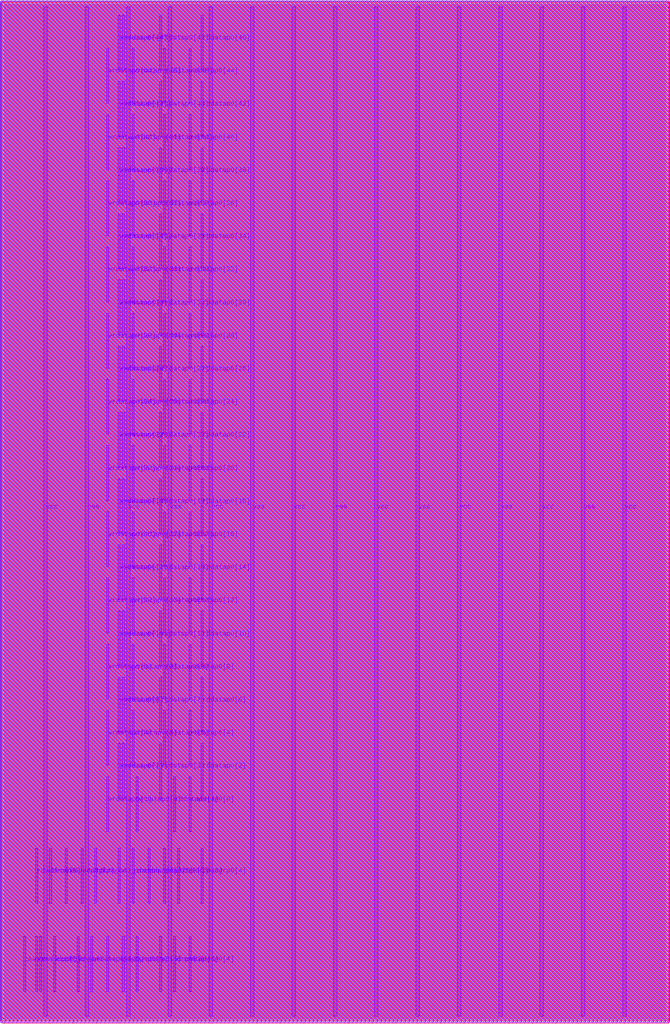
<source format=lef>
VERSION 5.8 ;
BUSBITCHARS "[]" ;
DIVIDERCHAR "/" ;

UNITS
  DATABASE MICRONS 4000 ;
END UNITS

MANUFACTURINGGRID 0.0005 ;

MACRO arf046b064e1r1w0cbbehraa4acw
  CLASS BLOCK ;
  ORIGIN 0 0 ;
  FOREIGN arf046b064e1r1w0cbbehraa4acw 0 0 ;
  SIZE 14.4 BY 22.08 ;
  PIN ckrdp0
    DIRECTION INPUT ;
    USE SIGNAL ;
    PORT
      LAYER m7 ;
        RECT 0.984 2.52 1.028 3.72 ;
    END
  END ckrdp0
  PIN ckwrp0
    DIRECTION INPUT ;
    USE SIGNAL ;
    PORT
      LAYER m7 ;
        RECT 0.428 0.6 0.472 1.8 ;
    END
  END ckwrp0
  PIN rdaddrp0[0]
    DIRECTION INPUT ;
    USE SIGNAL ;
    PORT
      LAYER m7 ;
        RECT 2.784 2.52 2.828 3.72 ;
    END
  END rdaddrp0[0]
  PIN rdaddrp0[1]
    DIRECTION INPUT ;
    USE SIGNAL ;
    PORT
      LAYER m7 ;
        RECT 3.128 2.52 3.172 3.72 ;
    END
  END rdaddrp0[1]
  PIN rdaddrp0[2]
    DIRECTION INPUT ;
    USE SIGNAL ;
    PORT
      LAYER m7 ;
        RECT 3.472 2.52 3.516 3.72 ;
    END
  END rdaddrp0[2]
  PIN rdaddrp0[3]
    DIRECTION INPUT ;
    USE SIGNAL ;
    PORT
      LAYER m7 ;
        RECT 3.772 2.52 3.816 3.72 ;
    END
  END rdaddrp0[3]
  PIN rdaddrp0[4]
    DIRECTION INPUT ;
    USE SIGNAL ;
    PORT
      LAYER m7 ;
        RECT 4.284 2.52 4.328 3.72 ;
    END
  END rdaddrp0[4]
  PIN rdaddrp0[5]
    DIRECTION INPUT ;
    USE SIGNAL ;
    PORT
      LAYER m7 ;
        RECT 0.684 2.52 0.728 3.72 ;
    END
  END rdaddrp0[5]
  PIN rdaddrp0_fd
    DIRECTION INPUT ;
    USE SIGNAL ;
    PORT
      LAYER m7 ;
        RECT 1.328 2.52 1.372 3.72 ;
    END
  END rdaddrp0_fd
  PIN rdaddrp0_rd
    DIRECTION INPUT ;
    USE SIGNAL ;
    PORT
      LAYER m7 ;
        RECT 1.672 2.52 1.716 3.72 ;
    END
  END rdaddrp0_rd
  PIN rddatap0[0]
    DIRECTION OUTPUT ;
    USE SIGNAL ;
    PORT
      LAYER m7 ;
        RECT 4.028 4.08 4.072 5.28 ;
    END
  END rddatap0[0]
  PIN rddatap0[10]
    DIRECTION OUTPUT ;
    USE SIGNAL ;
    PORT
      LAYER m7 ;
        RECT 4.284 7.68 4.328 8.88 ;
    END
  END rddatap0[10]
  PIN rddatap0[11]
    DIRECTION OUTPUT ;
    USE SIGNAL ;
    PORT
      LAYER m7 ;
        RECT 3.384 7.68 3.428 8.88 ;
    END
  END rddatap0[11]
  PIN rddatap0[12]
    DIRECTION OUTPUT ;
    USE SIGNAL ;
    PORT
      LAYER m7 ;
        RECT 4.028 8.4 4.072 9.6 ;
    END
  END rddatap0[12]
  PIN rddatap0[13]
    DIRECTION OUTPUT ;
    USE SIGNAL ;
    PORT
      LAYER m7 ;
        RECT 3.472 8.4 3.516 9.6 ;
    END
  END rddatap0[13]
  PIN rddatap0[14]
    DIRECTION OUTPUT ;
    USE SIGNAL ;
    PORT
      LAYER m7 ;
        RECT 4.284 9.12 4.328 10.32 ;
    END
  END rddatap0[14]
  PIN rddatap0[15]
    DIRECTION OUTPUT ;
    USE SIGNAL ;
    PORT
      LAYER m7 ;
        RECT 3.384 9.12 3.428 10.32 ;
    END
  END rddatap0[15]
  PIN rddatap0[16]
    DIRECTION OUTPUT ;
    USE SIGNAL ;
    PORT
      LAYER m7 ;
        RECT 4.028 9.84 4.072 11.04 ;
    END
  END rddatap0[16]
  PIN rddatap0[17]
    DIRECTION OUTPUT ;
    USE SIGNAL ;
    PORT
      LAYER m7 ;
        RECT 3.472 9.84 3.516 11.04 ;
    END
  END rddatap0[17]
  PIN rddatap0[18]
    DIRECTION OUTPUT ;
    USE SIGNAL ;
    PORT
      LAYER m7 ;
        RECT 4.284 10.56 4.328 11.76 ;
    END
  END rddatap0[18]
  PIN rddatap0[19]
    DIRECTION OUTPUT ;
    USE SIGNAL ;
    PORT
      LAYER m7 ;
        RECT 3.384 10.56 3.428 11.76 ;
    END
  END rddatap0[19]
  PIN rddatap0[1]
    DIRECTION OUTPUT ;
    USE SIGNAL ;
    PORT
      LAYER m7 ;
        RECT 3.684 4.08 3.728 5.28 ;
    END
  END rddatap0[1]
  PIN rddatap0[20]
    DIRECTION OUTPUT ;
    USE SIGNAL ;
    PORT
      LAYER m7 ;
        RECT 4.028 11.28 4.072 12.48 ;
    END
  END rddatap0[20]
  PIN rddatap0[21]
    DIRECTION OUTPUT ;
    USE SIGNAL ;
    PORT
      LAYER m7 ;
        RECT 3.472 11.28 3.516 12.48 ;
    END
  END rddatap0[21]
  PIN rddatap0[22]
    DIRECTION OUTPUT ;
    USE SIGNAL ;
    PORT
      LAYER m7 ;
        RECT 4.284 12 4.328 13.2 ;
    END
  END rddatap0[22]
  PIN rddatap0[23]
    DIRECTION OUTPUT ;
    USE SIGNAL ;
    PORT
      LAYER m7 ;
        RECT 3.384 12 3.428 13.2 ;
    END
  END rddatap0[23]
  PIN rddatap0[24]
    DIRECTION OUTPUT ;
    USE SIGNAL ;
    PORT
      LAYER m7 ;
        RECT 4.028 12.72 4.072 13.92 ;
    END
  END rddatap0[24]
  PIN rddatap0[25]
    DIRECTION OUTPUT ;
    USE SIGNAL ;
    PORT
      LAYER m7 ;
        RECT 3.472 12.72 3.516 13.92 ;
    END
  END rddatap0[25]
  PIN rddatap0[26]
    DIRECTION OUTPUT ;
    USE SIGNAL ;
    PORT
      LAYER m7 ;
        RECT 4.284 13.44 4.328 14.64 ;
    END
  END rddatap0[26]
  PIN rddatap0[27]
    DIRECTION OUTPUT ;
    USE SIGNAL ;
    PORT
      LAYER m7 ;
        RECT 3.384 13.44 3.428 14.64 ;
    END
  END rddatap0[27]
  PIN rddatap0[28]
    DIRECTION OUTPUT ;
    USE SIGNAL ;
    PORT
      LAYER m7 ;
        RECT 4.028 14.16 4.072 15.36 ;
    END
  END rddatap0[28]
  PIN rddatap0[29]
    DIRECTION OUTPUT ;
    USE SIGNAL ;
    PORT
      LAYER m7 ;
        RECT 3.472 14.16 3.516 15.36 ;
    END
  END rddatap0[29]
  PIN rddatap0[2]
    DIRECTION OUTPUT ;
    USE SIGNAL ;
    PORT
      LAYER m7 ;
        RECT 4.284 4.8 4.328 6 ;
    END
  END rddatap0[2]
  PIN rddatap0[30]
    DIRECTION OUTPUT ;
    USE SIGNAL ;
    PORT
      LAYER m7 ;
        RECT 4.284 14.88 4.328 16.08 ;
    END
  END rddatap0[30]
  PIN rddatap0[31]
    DIRECTION OUTPUT ;
    USE SIGNAL ;
    PORT
      LAYER m7 ;
        RECT 3.384 14.88 3.428 16.08 ;
    END
  END rddatap0[31]
  PIN rddatap0[32]
    DIRECTION OUTPUT ;
    USE SIGNAL ;
    PORT
      LAYER m7 ;
        RECT 4.028 15.6 4.072 16.8 ;
    END
  END rddatap0[32]
  PIN rddatap0[33]
    DIRECTION OUTPUT ;
    USE SIGNAL ;
    PORT
      LAYER m7 ;
        RECT 3.472 15.6 3.516 16.8 ;
    END
  END rddatap0[33]
  PIN rddatap0[34]
    DIRECTION OUTPUT ;
    USE SIGNAL ;
    PORT
      LAYER m7 ;
        RECT 4.284 16.32 4.328 17.52 ;
    END
  END rddatap0[34]
  PIN rddatap0[35]
    DIRECTION OUTPUT ;
    USE SIGNAL ;
    PORT
      LAYER m7 ;
        RECT 3.384 16.32 3.428 17.52 ;
    END
  END rddatap0[35]
  PIN rddatap0[36]
    DIRECTION OUTPUT ;
    USE SIGNAL ;
    PORT
      LAYER m7 ;
        RECT 4.028 17.04 4.072 18.24 ;
    END
  END rddatap0[36]
  PIN rddatap0[37]
    DIRECTION OUTPUT ;
    USE SIGNAL ;
    PORT
      LAYER m7 ;
        RECT 3.472 17.04 3.516 18.24 ;
    END
  END rddatap0[37]
  PIN rddatap0[38]
    DIRECTION OUTPUT ;
    USE SIGNAL ;
    PORT
      LAYER m7 ;
        RECT 4.284 17.76 4.328 18.96 ;
    END
  END rddatap0[38]
  PIN rddatap0[39]
    DIRECTION OUTPUT ;
    USE SIGNAL ;
    PORT
      LAYER m7 ;
        RECT 3.384 17.76 3.428 18.96 ;
    END
  END rddatap0[39]
  PIN rddatap0[3]
    DIRECTION OUTPUT ;
    USE SIGNAL ;
    PORT
      LAYER m7 ;
        RECT 3.384 4.8 3.428 6 ;
    END
  END rddatap0[3]
  PIN rddatap0[40]
    DIRECTION OUTPUT ;
    USE SIGNAL ;
    PORT
      LAYER m7 ;
        RECT 4.028 18.48 4.072 19.68 ;
    END
  END rddatap0[40]
  PIN rddatap0[41]
    DIRECTION OUTPUT ;
    USE SIGNAL ;
    PORT
      LAYER m7 ;
        RECT 3.472 18.48 3.516 19.68 ;
    END
  END rddatap0[41]
  PIN rddatap0[42]
    DIRECTION OUTPUT ;
    USE SIGNAL ;
    PORT
      LAYER m7 ;
        RECT 4.284 19.2 4.328 20.4 ;
    END
  END rddatap0[42]
  PIN rddatap0[43]
    DIRECTION OUTPUT ;
    USE SIGNAL ;
    PORT
      LAYER m7 ;
        RECT 3.384 19.2 3.428 20.4 ;
    END
  END rddatap0[43]
  PIN rddatap0[44]
    DIRECTION OUTPUT ;
    USE SIGNAL ;
    PORT
      LAYER m7 ;
        RECT 4.028 19.92 4.072 21.12 ;
    END
  END rddatap0[44]
  PIN rddatap0[45]
    DIRECTION OUTPUT ;
    USE SIGNAL ;
    PORT
      LAYER m7 ;
        RECT 3.472 19.92 3.516 21.12 ;
    END
  END rddatap0[45]
  PIN rddatap0[46]
    DIRECTION OUTPUT ;
    USE SIGNAL ;
    PORT
      LAYER m7 ;
        RECT 4.284 20.64 4.328 21.84 ;
    END
  END rddatap0[46]
  PIN rddatap0[47]
    DIRECTION OUTPUT ;
    USE SIGNAL ;
    PORT
      LAYER m7 ;
        RECT 3.384 20.64 3.428 21.84 ;
    END
  END rddatap0[47]
  PIN rddatap0[4]
    DIRECTION OUTPUT ;
    USE SIGNAL ;
    PORT
      LAYER m7 ;
        RECT 4.028 5.52 4.072 6.72 ;
    END
  END rddatap0[4]
  PIN rddatap0[5]
    DIRECTION OUTPUT ;
    USE SIGNAL ;
    PORT
      LAYER m7 ;
        RECT 3.472 5.52 3.516 6.72 ;
    END
  END rddatap0[5]
  PIN rddatap0[6]
    DIRECTION OUTPUT ;
    USE SIGNAL ;
    PORT
      LAYER m7 ;
        RECT 4.284 6.24 4.328 7.44 ;
    END
  END rddatap0[6]
  PIN rddatap0[7]
    DIRECTION OUTPUT ;
    USE SIGNAL ;
    PORT
      LAYER m7 ;
        RECT 3.384 6.24 3.428 7.44 ;
    END
  END rddatap0[7]
  PIN rddatap0[8]
    DIRECTION OUTPUT ;
    USE SIGNAL ;
    PORT
      LAYER m7 ;
        RECT 4.028 6.96 4.072 8.16 ;
    END
  END rddatap0[8]
  PIN rddatap0[9]
    DIRECTION OUTPUT ;
    USE SIGNAL ;
    PORT
      LAYER m7 ;
        RECT 3.472 6.96 3.516 8.16 ;
    END
  END rddatap0[9]
  PIN rdenp0
    DIRECTION INPUT ;
    USE SIGNAL ;
    PORT
      LAYER m7 ;
        RECT 1.972 2.52 2.016 3.72 ;
    END
  END rdenp0
  PIN sdl_initp0
    DIRECTION INPUT ;
    USE SIGNAL ;
    PORT
      LAYER m7 ;
        RECT 2.484 2.52 2.528 3.72 ;
    END
  END sdl_initp0
  PIN vcc
    DIRECTION INPUT ;
    USE POWER ;
    PORT
      LAYER m7 ;
        RECT 13.462 0.06 13.538 22.02 ;
    END
    PORT
      LAYER m7 ;
        RECT 11.662 0.06 11.738 22.02 ;
    END
    PORT
      LAYER m7 ;
        RECT 9.862 0.06 9.938 22.02 ;
    END
    PORT
      LAYER m7 ;
        RECT 8.062 0.06 8.138 22.02 ;
    END
    PORT
      LAYER m7 ;
        RECT 6.262 0.06 6.338 22.02 ;
    END
    PORT
      LAYER m7 ;
        RECT 4.462 0.06 4.538 22.02 ;
    END
    PORT
      LAYER m7 ;
        RECT 2.662 0.06 2.738 22.02 ;
    END
    PORT
      LAYER m7 ;
        RECT 0.862 0.06 0.938 22.02 ;
    END
  END vcc
  PIN vss
    DIRECTION INOUT ;
    USE GROUND ;
    PORT
      LAYER m7 ;
        RECT 12.562 0.06 12.638 22.02 ;
    END
    PORT
      LAYER m7 ;
        RECT 10.762 0.06 10.838 22.02 ;
    END
    PORT
      LAYER m7 ;
        RECT 8.962 0.06 9.038 22.02 ;
    END
    PORT
      LAYER m7 ;
        RECT 7.162 0.06 7.238 22.02 ;
    END
    PORT
      LAYER m7 ;
        RECT 5.362 0.06 5.438 22.02 ;
    END
    PORT
      LAYER m7 ;
        RECT 3.562 0.06 3.638 22.02 ;
    END
    PORT
      LAYER m7 ;
        RECT 1.762 0.06 1.838 22.02 ;
    END
  END vss
  PIN wraddrp0[0]
    DIRECTION INPUT ;
    USE SIGNAL ;
    PORT
      LAYER m7 ;
        RECT 2.572 0.6 2.616 1.8 ;
    END
  END wraddrp0[0]
  PIN wraddrp0[1]
    DIRECTION INPUT ;
    USE SIGNAL ;
    PORT
      LAYER m7 ;
        RECT 2.872 0.6 2.916 1.8 ;
    END
  END wraddrp0[1]
  PIN wraddrp0[2]
    DIRECTION INPUT ;
    USE SIGNAL ;
    PORT
      LAYER m7 ;
        RECT 3.384 0.6 3.428 1.8 ;
    END
  END wraddrp0[2]
  PIN wraddrp0[3]
    DIRECTION INPUT ;
    USE SIGNAL ;
    PORT
      LAYER m7 ;
        RECT 3.684 0.6 3.728 1.8 ;
    END
  END wraddrp0[3]
  PIN wraddrp0[4]
    DIRECTION INPUT ;
    USE SIGNAL ;
    PORT
      LAYER m7 ;
        RECT 4.028 0.6 4.072 1.8 ;
    END
  END wraddrp0[4]
  PIN wraddrp0[5]
    DIRECTION INPUT ;
    USE SIGNAL ;
    PORT
      LAYER m7 ;
        RECT 0.684 0.6 0.728 1.8 ;
    END
  END wraddrp0[5]
  PIN wraddrp0_fd
    DIRECTION INPUT ;
    USE SIGNAL ;
    PORT
      LAYER m7 ;
        RECT 0.772 0.6 0.816 1.8 ;
    END
  END wraddrp0_fd
  PIN wraddrp0_rd
    DIRECTION INPUT ;
    USE SIGNAL ;
    PORT
      LAYER m7 ;
        RECT 1.072 0.6 1.116 1.8 ;
    END
  END wraddrp0_rd
  PIN wrdatap0[0]
    DIRECTION INPUT ;
    USE SIGNAL ;
    PORT
      LAYER m7 ;
        RECT 2.872 4.08 2.916 5.28 ;
    END
  END wrdatap0[0]
  PIN wrdatap0[10]
    DIRECTION INPUT ;
    USE SIGNAL ;
    PORT
      LAYER m7 ;
        RECT 2.484 7.68 2.528 8.88 ;
    END
  END wrdatap0[10]
  PIN wrdatap0[11]
    DIRECTION INPUT ;
    USE SIGNAL ;
    PORT
      LAYER m7 ;
        RECT 2.572 7.68 2.616 8.88 ;
    END
  END wrdatap0[11]
  PIN wrdatap0[12]
    DIRECTION INPUT ;
    USE SIGNAL ;
    PORT
      LAYER m7 ;
        RECT 2.228 8.4 2.272 9.6 ;
    END
  END wrdatap0[12]
  PIN wrdatap0[13]
    DIRECTION INPUT ;
    USE SIGNAL ;
    PORT
      LAYER m7 ;
        RECT 2.784 8.4 2.828 9.6 ;
    END
  END wrdatap0[13]
  PIN wrdatap0[14]
    DIRECTION INPUT ;
    USE SIGNAL ;
    PORT
      LAYER m7 ;
        RECT 2.484 9.12 2.528 10.32 ;
    END
  END wrdatap0[14]
  PIN wrdatap0[15]
    DIRECTION INPUT ;
    USE SIGNAL ;
    PORT
      LAYER m7 ;
        RECT 2.572 9.12 2.616 10.32 ;
    END
  END wrdatap0[15]
  PIN wrdatap0[16]
    DIRECTION INPUT ;
    USE SIGNAL ;
    PORT
      LAYER m7 ;
        RECT 2.228 9.84 2.272 11.04 ;
    END
  END wrdatap0[16]
  PIN wrdatap0[17]
    DIRECTION INPUT ;
    USE SIGNAL ;
    PORT
      LAYER m7 ;
        RECT 2.784 9.84 2.828 11.04 ;
    END
  END wrdatap0[17]
  PIN wrdatap0[18]
    DIRECTION INPUT ;
    USE SIGNAL ;
    PORT
      LAYER m7 ;
        RECT 2.484 10.56 2.528 11.76 ;
    END
  END wrdatap0[18]
  PIN wrdatap0[19]
    DIRECTION INPUT ;
    USE SIGNAL ;
    PORT
      LAYER m7 ;
        RECT 2.572 10.56 2.616 11.76 ;
    END
  END wrdatap0[19]
  PIN wrdatap0[1]
    DIRECTION INPUT ;
    USE SIGNAL ;
    PORT
      LAYER m7 ;
        RECT 2.228 4.08 2.272 5.28 ;
    END
  END wrdatap0[1]
  PIN wrdatap0[20]
    DIRECTION INPUT ;
    USE SIGNAL ;
    PORT
      LAYER m7 ;
        RECT 2.228 11.28 2.272 12.48 ;
    END
  END wrdatap0[20]
  PIN wrdatap0[21]
    DIRECTION INPUT ;
    USE SIGNAL ;
    PORT
      LAYER m7 ;
        RECT 2.784 11.28 2.828 12.48 ;
    END
  END wrdatap0[21]
  PIN wrdatap0[22]
    DIRECTION INPUT ;
    USE SIGNAL ;
    PORT
      LAYER m7 ;
        RECT 2.484 12 2.528 13.2 ;
    END
  END wrdatap0[22]
  PIN wrdatap0[23]
    DIRECTION INPUT ;
    USE SIGNAL ;
    PORT
      LAYER m7 ;
        RECT 2.572 12 2.616 13.2 ;
    END
  END wrdatap0[23]
  PIN wrdatap0[24]
    DIRECTION INPUT ;
    USE SIGNAL ;
    PORT
      LAYER m7 ;
        RECT 2.228 12.72 2.272 13.92 ;
    END
  END wrdatap0[24]
  PIN wrdatap0[25]
    DIRECTION INPUT ;
    USE SIGNAL ;
    PORT
      LAYER m7 ;
        RECT 2.784 12.72 2.828 13.92 ;
    END
  END wrdatap0[25]
  PIN wrdatap0[26]
    DIRECTION INPUT ;
    USE SIGNAL ;
    PORT
      LAYER m7 ;
        RECT 2.484 13.44 2.528 14.64 ;
    END
  END wrdatap0[26]
  PIN wrdatap0[27]
    DIRECTION INPUT ;
    USE SIGNAL ;
    PORT
      LAYER m7 ;
        RECT 2.572 13.44 2.616 14.64 ;
    END
  END wrdatap0[27]
  PIN wrdatap0[28]
    DIRECTION INPUT ;
    USE SIGNAL ;
    PORT
      LAYER m7 ;
        RECT 2.228 14.16 2.272 15.36 ;
    END
  END wrdatap0[28]
  PIN wrdatap0[29]
    DIRECTION INPUT ;
    USE SIGNAL ;
    PORT
      LAYER m7 ;
        RECT 2.784 14.16 2.828 15.36 ;
    END
  END wrdatap0[29]
  PIN wrdatap0[2]
    DIRECTION INPUT ;
    USE SIGNAL ;
    PORT
      LAYER m7 ;
        RECT 2.484 4.8 2.528 6 ;
    END
  END wrdatap0[2]
  PIN wrdatap0[30]
    DIRECTION INPUT ;
    USE SIGNAL ;
    PORT
      LAYER m7 ;
        RECT 2.484 14.88 2.528 16.08 ;
    END
  END wrdatap0[30]
  PIN wrdatap0[31]
    DIRECTION INPUT ;
    USE SIGNAL ;
    PORT
      LAYER m7 ;
        RECT 2.572 14.88 2.616 16.08 ;
    END
  END wrdatap0[31]
  PIN wrdatap0[32]
    DIRECTION INPUT ;
    USE SIGNAL ;
    PORT
      LAYER m7 ;
        RECT 2.228 15.6 2.272 16.8 ;
    END
  END wrdatap0[32]
  PIN wrdatap0[33]
    DIRECTION INPUT ;
    USE SIGNAL ;
    PORT
      LAYER m7 ;
        RECT 2.784 15.6 2.828 16.8 ;
    END
  END wrdatap0[33]
  PIN wrdatap0[34]
    DIRECTION INPUT ;
    USE SIGNAL ;
    PORT
      LAYER m7 ;
        RECT 2.484 16.32 2.528 17.52 ;
    END
  END wrdatap0[34]
  PIN wrdatap0[35]
    DIRECTION INPUT ;
    USE SIGNAL ;
    PORT
      LAYER m7 ;
        RECT 2.572 16.32 2.616 17.52 ;
    END
  END wrdatap0[35]
  PIN wrdatap0[36]
    DIRECTION INPUT ;
    USE SIGNAL ;
    PORT
      LAYER m7 ;
        RECT 2.228 17.04 2.272 18.24 ;
    END
  END wrdatap0[36]
  PIN wrdatap0[37]
    DIRECTION INPUT ;
    USE SIGNAL ;
    PORT
      LAYER m7 ;
        RECT 2.784 17.04 2.828 18.24 ;
    END
  END wrdatap0[37]
  PIN wrdatap0[38]
    DIRECTION INPUT ;
    USE SIGNAL ;
    PORT
      LAYER m7 ;
        RECT 2.484 17.76 2.528 18.96 ;
    END
  END wrdatap0[38]
  PIN wrdatap0[39]
    DIRECTION INPUT ;
    USE SIGNAL ;
    PORT
      LAYER m7 ;
        RECT 2.572 17.76 2.616 18.96 ;
    END
  END wrdatap0[39]
  PIN wrdatap0[3]
    DIRECTION INPUT ;
    USE SIGNAL ;
    PORT
      LAYER m7 ;
        RECT 2.572 4.8 2.616 6 ;
    END
  END wrdatap0[3]
  PIN wrdatap0[40]
    DIRECTION INPUT ;
    USE SIGNAL ;
    PORT
      LAYER m7 ;
        RECT 2.228 18.48 2.272 19.68 ;
    END
  END wrdatap0[40]
  PIN wrdatap0[41]
    DIRECTION INPUT ;
    USE SIGNAL ;
    PORT
      LAYER m7 ;
        RECT 2.784 18.48 2.828 19.68 ;
    END
  END wrdatap0[41]
  PIN wrdatap0[42]
    DIRECTION INPUT ;
    USE SIGNAL ;
    PORT
      LAYER m7 ;
        RECT 2.484 19.2 2.528 20.4 ;
    END
  END wrdatap0[42]
  PIN wrdatap0[43]
    DIRECTION INPUT ;
    USE SIGNAL ;
    PORT
      LAYER m7 ;
        RECT 2.572 19.2 2.616 20.4 ;
    END
  END wrdatap0[43]
  PIN wrdatap0[44]
    DIRECTION INPUT ;
    USE SIGNAL ;
    PORT
      LAYER m7 ;
        RECT 2.228 19.92 2.272 21.12 ;
    END
  END wrdatap0[44]
  PIN wrdatap0[45]
    DIRECTION INPUT ;
    USE SIGNAL ;
    PORT
      LAYER m7 ;
        RECT 2.784 19.92 2.828 21.12 ;
    END
  END wrdatap0[45]
  PIN wrdatap0[46]
    DIRECTION INPUT ;
    USE SIGNAL ;
    PORT
      LAYER m7 ;
        RECT 2.484 20.64 2.528 21.84 ;
    END
  END wrdatap0[46]
  PIN wrdatap0[47]
    DIRECTION INPUT ;
    USE SIGNAL ;
    PORT
      LAYER m7 ;
        RECT 2.572 20.64 2.616 21.84 ;
    END
  END wrdatap0[47]
  PIN wrdatap0[4]
    DIRECTION INPUT ;
    USE SIGNAL ;
    PORT
      LAYER m7 ;
        RECT 2.228 5.52 2.272 6.72 ;
    END
  END wrdatap0[4]
  PIN wrdatap0[5]
    DIRECTION INPUT ;
    USE SIGNAL ;
    PORT
      LAYER m7 ;
        RECT 2.784 5.52 2.828 6.72 ;
    END
  END wrdatap0[5]
  PIN wrdatap0[6]
    DIRECTION INPUT ;
    USE SIGNAL ;
    PORT
      LAYER m7 ;
        RECT 2.484 6.24 2.528 7.44 ;
    END
  END wrdatap0[6]
  PIN wrdatap0[7]
    DIRECTION INPUT ;
    USE SIGNAL ;
    PORT
      LAYER m7 ;
        RECT 2.572 6.24 2.616 7.44 ;
    END
  END wrdatap0[7]
  PIN wrdatap0[8]
    DIRECTION INPUT ;
    USE SIGNAL ;
    PORT
      LAYER m7 ;
        RECT 2.228 6.96 2.272 8.16 ;
    END
  END wrdatap0[8]
  PIN wrdatap0[9]
    DIRECTION INPUT ;
    USE SIGNAL ;
    PORT
      LAYER m7 ;
        RECT 2.784 6.96 2.828 8.16 ;
    END
  END wrdatap0[9]
  PIN wrdatap0_fd
    DIRECTION INPUT ;
    USE SIGNAL ;
    PORT
      LAYER m7 ;
        RECT 1.884 0.6 1.928 1.8 ;
    END
  END wrdatap0_fd
  PIN wrdatap0_rd
    DIRECTION INPUT ;
    USE SIGNAL ;
    PORT
      LAYER m7 ;
        RECT 2.228 0.6 2.272 1.8 ;
    END
  END wrdatap0_rd
  PIN wrenp0
    DIRECTION INPUT ;
    USE SIGNAL ;
    PORT
      LAYER m7 ;
        RECT 1.584 0.6 1.628 1.8 ;
    END
  END wrenp0
  OBS
    LAYER m0 SPACING 0 ;
      RECT 0 0 14.4 22.08 ;
    LAYER m1 SPACING 0 ;
      RECT 0 0 14.4 22.08 ;
    LAYER m2 SPACING 0 ;
      RECT -0.0705 -0.038 14.4705 22.118 ;
    LAYER m3 SPACING 0 ;
      RECT -0.035 -0.07 14.435 22.15 ;
    LAYER m4 SPACING 0 ;
      RECT -0.07 -0.038 14.47 22.118 ;
    LAYER m5 SPACING 0 ;
      RECT -0.059 -0.09 14.459 22.17 ;
    LAYER m6 SPACING 0 ;
      RECT -0.09 -0.062 14.49 22.142 ;
    LAYER m7 SPACING 0 ;
      RECT -0.092 -0.06 14.492 22.14 ;
  END
END arf046b064e1r1w0cbbehraa4acw
END LIBRARY

</source>
